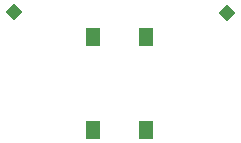
<source format=gbr>
%TF.GenerationSoftware,KiCad,Pcbnew,7.0.6*%
%TF.CreationDate,2023-09-26T13:21:34-07:00*%
%TF.ProjectId,snes_trigger_tactile,736e6573-5f74-4726-9967-6765725f7461,rev?*%
%TF.SameCoordinates,Original*%
%TF.FileFunction,Soldermask,Top*%
%TF.FilePolarity,Negative*%
%FSLAX46Y46*%
G04 Gerber Fmt 4.6, Leading zero omitted, Abs format (unit mm)*
G04 Created by KiCad (PCBNEW 7.0.6) date 2023-09-26 13:21:34*
%MOMM*%
%LPD*%
G01*
G04 APERTURE LIST*
G04 Aperture macros list*
%AMRotRect*
0 Rectangle, with rotation*
0 The origin of the aperture is its center*
0 $1 length*
0 $2 width*
0 $3 Rotation angle, in degrees counterclockwise*
0 Add horizontal line*
21,1,$1,$2,0,0,$3*%
G04 Aperture macros list end*
%ADD10R,1.300000X1.550000*%
%ADD11RotRect,1.000000X1.000000X45.000000*%
%ADD12RotRect,1.000000X1.000000X315.000000*%
G04 APERTURE END LIST*
D10*
%TO.C,SW1*%
X60488822Y-28619932D03*
X60488822Y-20669932D03*
X64988822Y-28619932D03*
X64988822Y-20669932D03*
%TD*%
D11*
%TO.C,J1*%
X53797200Y-18592800D03*
%TD*%
D12*
%TO.C,J2*%
X71831200Y-18643600D03*
%TD*%
M02*

</source>
